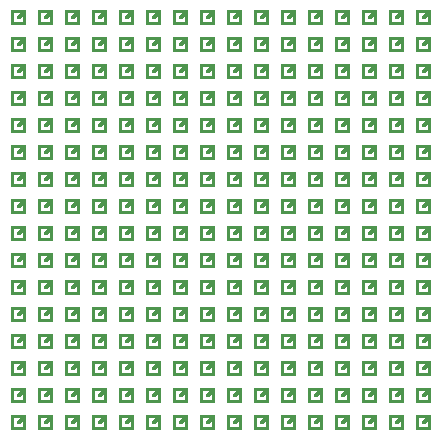
<source format=gbr>
G04 VLSI Layer: FPGA Logic Array (Active)*
%FSLAX36Y36*%
%MOIN*%
G75*
G01*
G54D10*
%ADD10R,0.01X0.01*%
D10*
X200000Y240000D02*
X240000Y240000D01*
X240000Y200000D01*
X200000Y200000D01*
X200000Y240000D01*
X220000Y220000D02*
X240000Y240000D01*
X200000Y330000D02*
X240000Y330000D01*
X240000Y290000D01*
X200000Y290000D01*
X200000Y330000D01*
X220000Y310000D02*
X240000Y330000D01*
X200000Y420000D02*
X240000Y420000D01*
X240000Y380000D01*
X200000Y380000D01*
X200000Y420000D01*
X220000Y400000D02*
X240000Y420000D01*
X200000Y510000D02*
X240000Y510000D01*
X240000Y470000D01*
X200000Y470000D01*
X200000Y510000D01*
X220000Y490000D02*
X240000Y510000D01*
X200000Y600000D02*
X240000Y600000D01*
X240000Y560000D01*
X200000Y560000D01*
X200000Y600000D01*
X220000Y580000D02*
X240000Y600000D01*
X200000Y690000D02*
X240000Y690000D01*
X240000Y649999D01*
X200000Y649999D01*
X200000Y690000D01*
X220000Y669999D02*
X240000Y690000D01*
X200000Y780000D02*
X240000Y780000D01*
X240000Y740000D01*
X200000Y740000D01*
X200000Y780000D01*
X220000Y760000D02*
X240000Y780000D01*
X200000Y870000D02*
X240000Y870000D01*
X240000Y830000D01*
X200000Y830000D01*
X200000Y870000D01*
X220000Y850000D02*
X240000Y870000D01*
X200000Y960000D02*
X240000Y960000D01*
X240000Y919999D01*
X200000Y919999D01*
X200000Y960000D01*
X220000Y940000D02*
X240000Y960000D01*
X200000Y1050000D02*
X240000Y1050000D01*
X240000Y1010000D01*
X200000Y1010000D01*
X200000Y1050000D01*
X220000Y1030000D02*
X240000Y1050000D01*
X200000Y1140000D02*
X240000Y1140000D01*
X240000Y1099999D01*
X200000Y1099999D01*
X200000Y1140000D01*
X220000Y1120000D02*
X240000Y1140000D01*
X200000Y1230000D02*
X240000Y1230000D01*
X240000Y1190000D01*
X200000Y1190000D01*
X200000Y1230000D01*
X220000Y1210000D02*
X240000Y1230000D01*
X200000Y1320000D02*
X240000Y1320000D01*
X240000Y1280000D01*
X200000Y1280000D01*
X200000Y1320000D01*
X220000Y1300000D02*
X240000Y1320000D01*
X200000Y1410000D02*
X240000Y1410000D01*
X240000Y1370000D01*
X200000Y1370000D01*
X200000Y1410000D01*
X220000Y1390000D02*
X240000Y1410000D01*
X200000Y1500000D02*
X240000Y1500000D01*
X240000Y1460000D01*
X200000Y1460000D01*
X200000Y1500000D01*
X220000Y1480000D02*
X240000Y1500000D01*
X200000Y1589999D02*
X240000Y1589999D01*
X240000Y1549999D01*
X200000Y1549999D01*
X200000Y1589999D01*
X220000Y1569999D02*
X240000Y1589999D01*
X290000Y240000D02*
X330000Y240000D01*
X330000Y200000D01*
X290000Y200000D01*
X290000Y240000D01*
X310000Y220000D02*
X330000Y240000D01*
X290000Y330000D02*
X330000Y330000D01*
X330000Y290000D01*
X290000Y290000D01*
X290000Y330000D01*
X310000Y310000D02*
X330000Y330000D01*
X290000Y420000D02*
X330000Y420000D01*
X330000Y380000D01*
X290000Y380000D01*
X290000Y420000D01*
X310000Y400000D02*
X330000Y420000D01*
X290000Y510000D02*
X330000Y510000D01*
X330000Y470000D01*
X290000Y470000D01*
X290000Y510000D01*
X310000Y490000D02*
X330000Y510000D01*
X290000Y600000D02*
X330000Y600000D01*
X330000Y560000D01*
X290000Y560000D01*
X290000Y600000D01*
X310000Y580000D02*
X330000Y600000D01*
X290000Y690000D02*
X330000Y690000D01*
X330000Y649999D01*
X290000Y649999D01*
X290000Y690000D01*
X310000Y669999D02*
X330000Y690000D01*
X290000Y780000D02*
X330000Y780000D01*
X330000Y740000D01*
X290000Y740000D01*
X290000Y780000D01*
X310000Y760000D02*
X330000Y780000D01*
X290000Y870000D02*
X330000Y870000D01*
X330000Y830000D01*
X290000Y830000D01*
X290000Y870000D01*
X310000Y850000D02*
X330000Y870000D01*
X290000Y960000D02*
X330000Y960000D01*
X330000Y919999D01*
X290000Y919999D01*
X290000Y960000D01*
X310000Y940000D02*
X330000Y960000D01*
X290000Y1050000D02*
X330000Y1050000D01*
X330000Y1010000D01*
X290000Y1010000D01*
X290000Y1050000D01*
X310000Y1030000D02*
X330000Y1050000D01*
X290000Y1140000D02*
X330000Y1140000D01*
X330000Y1099999D01*
X290000Y1099999D01*
X290000Y1140000D01*
X310000Y1120000D02*
X330000Y1140000D01*
X290000Y1230000D02*
X330000Y1230000D01*
X330000Y1190000D01*
X290000Y1190000D01*
X290000Y1230000D01*
X310000Y1210000D02*
X330000Y1230000D01*
X290000Y1320000D02*
X330000Y1320000D01*
X330000Y1280000D01*
X290000Y1280000D01*
X290000Y1320000D01*
X310000Y1300000D02*
X330000Y1320000D01*
X290000Y1410000D02*
X330000Y1410000D01*
X330000Y1370000D01*
X290000Y1370000D01*
X290000Y1410000D01*
X310000Y1390000D02*
X330000Y1410000D01*
X290000Y1500000D02*
X330000Y1500000D01*
X330000Y1460000D01*
X290000Y1460000D01*
X290000Y1500000D01*
X310000Y1480000D02*
X330000Y1500000D01*
X290000Y1589999D02*
X330000Y1589999D01*
X330000Y1549999D01*
X290000Y1549999D01*
X290000Y1589999D01*
X310000Y1569999D02*
X330000Y1589999D01*
X380000Y240000D02*
X420000Y240000D01*
X420000Y200000D01*
X380000Y200000D01*
X380000Y240000D01*
X400000Y220000D02*
X420000Y240000D01*
X380000Y330000D02*
X420000Y330000D01*
X420000Y290000D01*
X380000Y290000D01*
X380000Y330000D01*
X400000Y310000D02*
X420000Y330000D01*
X380000Y420000D02*
X420000Y420000D01*
X420000Y380000D01*
X380000Y380000D01*
X380000Y420000D01*
X400000Y400000D02*
X420000Y420000D01*
X380000Y510000D02*
X420000Y510000D01*
X420000Y470000D01*
X380000Y470000D01*
X380000Y510000D01*
X400000Y490000D02*
X420000Y510000D01*
X380000Y600000D02*
X420000Y600000D01*
X420000Y560000D01*
X380000Y560000D01*
X380000Y600000D01*
X400000Y580000D02*
X420000Y600000D01*
X380000Y690000D02*
X420000Y690000D01*
X420000Y649999D01*
X380000Y649999D01*
X380000Y690000D01*
X400000Y669999D02*
X420000Y690000D01*
X380000Y780000D02*
X420000Y780000D01*
X420000Y740000D01*
X380000Y740000D01*
X380000Y780000D01*
X400000Y760000D02*
X420000Y780000D01*
X380000Y870000D02*
X420000Y870000D01*
X420000Y830000D01*
X380000Y830000D01*
X380000Y870000D01*
X400000Y850000D02*
X420000Y870000D01*
X380000Y960000D02*
X420000Y960000D01*
X420000Y919999D01*
X380000Y919999D01*
X380000Y960000D01*
X400000Y940000D02*
X420000Y960000D01*
X380000Y1050000D02*
X420000Y1050000D01*
X420000Y1010000D01*
X380000Y1010000D01*
X380000Y1050000D01*
X400000Y1030000D02*
X420000Y1050000D01*
X380000Y1140000D02*
X420000Y1140000D01*
X420000Y1099999D01*
X380000Y1099999D01*
X380000Y1140000D01*
X400000Y1120000D02*
X420000Y1140000D01*
X380000Y1230000D02*
X420000Y1230000D01*
X420000Y1190000D01*
X380000Y1190000D01*
X380000Y1230000D01*
X400000Y1210000D02*
X420000Y1230000D01*
X380000Y1320000D02*
X420000Y1320000D01*
X420000Y1280000D01*
X380000Y1280000D01*
X380000Y1320000D01*
X400000Y1300000D02*
X420000Y1320000D01*
X380000Y1410000D02*
X420000Y1410000D01*
X420000Y1370000D01*
X380000Y1370000D01*
X380000Y1410000D01*
X400000Y1390000D02*
X420000Y1410000D01*
X380000Y1500000D02*
X420000Y1500000D01*
X420000Y1460000D01*
X380000Y1460000D01*
X380000Y1500000D01*
X400000Y1480000D02*
X420000Y1500000D01*
X380000Y1589999D02*
X420000Y1589999D01*
X420000Y1549999D01*
X380000Y1549999D01*
X380000Y1589999D01*
X400000Y1569999D02*
X420000Y1589999D01*
X470000Y240000D02*
X510000Y240000D01*
X510000Y200000D01*
X470000Y200000D01*
X470000Y240000D01*
X490000Y220000D02*
X510000Y240000D01*
X470000Y330000D02*
X510000Y330000D01*
X510000Y290000D01*
X470000Y290000D01*
X470000Y330000D01*
X490000Y310000D02*
X510000Y330000D01*
X470000Y420000D02*
X510000Y420000D01*
X510000Y380000D01*
X470000Y380000D01*
X470000Y420000D01*
X490000Y400000D02*
X510000Y420000D01*
X470000Y510000D02*
X510000Y510000D01*
X510000Y470000D01*
X470000Y470000D01*
X470000Y510000D01*
X490000Y490000D02*
X510000Y510000D01*
X470000Y600000D02*
X510000Y600000D01*
X510000Y560000D01*
X470000Y560000D01*
X470000Y600000D01*
X490000Y580000D02*
X510000Y600000D01*
X470000Y690000D02*
X510000Y690000D01*
X510000Y649999D01*
X470000Y649999D01*
X470000Y690000D01*
X490000Y669999D02*
X510000Y690000D01*
X470000Y780000D02*
X510000Y780000D01*
X510000Y740000D01*
X470000Y740000D01*
X470000Y780000D01*
X490000Y760000D02*
X510000Y780000D01*
X470000Y870000D02*
X510000Y870000D01*
X510000Y830000D01*
X470000Y830000D01*
X470000Y870000D01*
X490000Y850000D02*
X510000Y870000D01*
X470000Y960000D02*
X510000Y960000D01*
X510000Y919999D01*
X470000Y919999D01*
X470000Y960000D01*
X490000Y940000D02*
X510000Y960000D01*
X470000Y1050000D02*
X510000Y1050000D01*
X510000Y1010000D01*
X470000Y1010000D01*
X470000Y1050000D01*
X490000Y1030000D02*
X510000Y1050000D01*
X470000Y1140000D02*
X510000Y1140000D01*
X510000Y1099999D01*
X470000Y1099999D01*
X470000Y1140000D01*
X490000Y1120000D02*
X510000Y1140000D01*
X470000Y1230000D02*
X510000Y1230000D01*
X510000Y1190000D01*
X470000Y1190000D01*
X470000Y1230000D01*
X490000Y1210000D02*
X510000Y1230000D01*
X470000Y1320000D02*
X510000Y1320000D01*
X510000Y1280000D01*
X470000Y1280000D01*
X470000Y1320000D01*
X490000Y1300000D02*
X510000Y1320000D01*
X470000Y1410000D02*
X510000Y1410000D01*
X510000Y1370000D01*
X470000Y1370000D01*
X470000Y1410000D01*
X490000Y1390000D02*
X510000Y1410000D01*
X470000Y1500000D02*
X510000Y1500000D01*
X510000Y1460000D01*
X470000Y1460000D01*
X470000Y1500000D01*
X490000Y1480000D02*
X510000Y1500000D01*
X470000Y1589999D02*
X510000Y1589999D01*
X510000Y1549999D01*
X470000Y1549999D01*
X470000Y1589999D01*
X490000Y1569999D02*
X510000Y1589999D01*
X560000Y240000D02*
X600000Y240000D01*
X600000Y200000D01*
X560000Y200000D01*
X560000Y240000D01*
X580000Y220000D02*
X600000Y240000D01*
X560000Y330000D02*
X600000Y330000D01*
X600000Y290000D01*
X560000Y290000D01*
X560000Y330000D01*
X580000Y310000D02*
X600000Y330000D01*
X560000Y420000D02*
X600000Y420000D01*
X600000Y380000D01*
X560000Y380000D01*
X560000Y420000D01*
X580000Y400000D02*
X600000Y420000D01*
X560000Y510000D02*
X600000Y510000D01*
X600000Y470000D01*
X560000Y470000D01*
X560000Y510000D01*
X580000Y490000D02*
X600000Y510000D01*
X560000Y600000D02*
X600000Y600000D01*
X600000Y560000D01*
X560000Y560000D01*
X560000Y600000D01*
X580000Y580000D02*
X600000Y600000D01*
X560000Y690000D02*
X600000Y690000D01*
X600000Y649999D01*
X560000Y649999D01*
X560000Y690000D01*
X580000Y669999D02*
X600000Y690000D01*
X560000Y780000D02*
X600000Y780000D01*
X600000Y740000D01*
X560000Y740000D01*
X560000Y780000D01*
X580000Y760000D02*
X600000Y780000D01*
X560000Y870000D02*
X600000Y870000D01*
X600000Y830000D01*
X560000Y830000D01*
X560000Y870000D01*
X580000Y850000D02*
X600000Y870000D01*
X560000Y960000D02*
X600000Y960000D01*
X600000Y919999D01*
X560000Y919999D01*
X560000Y960000D01*
X580000Y940000D02*
X600000Y960000D01*
X560000Y1050000D02*
X600000Y1050000D01*
X600000Y1010000D01*
X560000Y1010000D01*
X560000Y1050000D01*
X580000Y1030000D02*
X600000Y1050000D01*
X560000Y1140000D02*
X600000Y1140000D01*
X600000Y1099999D01*
X560000Y1099999D01*
X560000Y1140000D01*
X580000Y1120000D02*
X600000Y1140000D01*
X560000Y1230000D02*
X600000Y1230000D01*
X600000Y1190000D01*
X560000Y1190000D01*
X560000Y1230000D01*
X580000Y1210000D02*
X600000Y1230000D01*
X560000Y1320000D02*
X600000Y1320000D01*
X600000Y1280000D01*
X560000Y1280000D01*
X560000Y1320000D01*
X580000Y1300000D02*
X600000Y1320000D01*
X560000Y1410000D02*
X600000Y1410000D01*
X600000Y1370000D01*
X560000Y1370000D01*
X560000Y1410000D01*
X580000Y1390000D02*
X600000Y1410000D01*
X560000Y1500000D02*
X600000Y1500000D01*
X600000Y1460000D01*
X560000Y1460000D01*
X560000Y1500000D01*
X580000Y1480000D02*
X600000Y1500000D01*
X560000Y1589999D02*
X600000Y1589999D01*
X600000Y1549999D01*
X560000Y1549999D01*
X560000Y1589999D01*
X580000Y1569999D02*
X600000Y1589999D01*
X649999Y240000D02*
X690000Y240000D01*
X690000Y200000D01*
X649999Y200000D01*
X649999Y240000D01*
X669999Y220000D02*
X690000Y240000D01*
X649999Y330000D02*
X690000Y330000D01*
X690000Y290000D01*
X649999Y290000D01*
X649999Y330000D01*
X669999Y310000D02*
X690000Y330000D01*
X649999Y420000D02*
X690000Y420000D01*
X690000Y380000D01*
X649999Y380000D01*
X649999Y420000D01*
X669999Y400000D02*
X690000Y420000D01*
X649999Y510000D02*
X690000Y510000D01*
X690000Y470000D01*
X649999Y470000D01*
X649999Y510000D01*
X669999Y490000D02*
X690000Y510000D01*
X649999Y600000D02*
X690000Y600000D01*
X690000Y560000D01*
X649999Y560000D01*
X649999Y600000D01*
X669999Y580000D02*
X690000Y600000D01*
X649999Y690000D02*
X690000Y690000D01*
X690000Y649999D01*
X649999Y649999D01*
X649999Y690000D01*
X669999Y669999D02*
X690000Y690000D01*
X649999Y780000D02*
X690000Y780000D01*
X690000Y740000D01*
X649999Y740000D01*
X649999Y780000D01*
X669999Y760000D02*
X690000Y780000D01*
X649999Y870000D02*
X690000Y870000D01*
X690000Y830000D01*
X649999Y830000D01*
X649999Y870000D01*
X669999Y850000D02*
X690000Y870000D01*
X649999Y960000D02*
X690000Y960000D01*
X690000Y919999D01*
X649999Y919999D01*
X649999Y960000D01*
X669999Y940000D02*
X690000Y960000D01*
X649999Y1050000D02*
X690000Y1050000D01*
X690000Y1010000D01*
X649999Y1010000D01*
X649999Y1050000D01*
X669999Y1030000D02*
X690000Y1050000D01*
X649999Y1140000D02*
X690000Y1140000D01*
X690000Y1099999D01*
X649999Y1099999D01*
X649999Y1140000D01*
X669999Y1120000D02*
X690000Y1140000D01*
X649999Y1230000D02*
X690000Y1230000D01*
X690000Y1190000D01*
X649999Y1190000D01*
X649999Y1230000D01*
X669999Y1210000D02*
X690000Y1230000D01*
X649999Y1320000D02*
X690000Y1320000D01*
X690000Y1280000D01*
X649999Y1280000D01*
X649999Y1320000D01*
X669999Y1300000D02*
X690000Y1320000D01*
X649999Y1410000D02*
X690000Y1410000D01*
X690000Y1370000D01*
X649999Y1370000D01*
X649999Y1410000D01*
X669999Y1390000D02*
X690000Y1410000D01*
X649999Y1500000D02*
X690000Y1500000D01*
X690000Y1460000D01*
X649999Y1460000D01*
X649999Y1500000D01*
X669999Y1480000D02*
X690000Y1500000D01*
X649999Y1589999D02*
X690000Y1589999D01*
X690000Y1549999D01*
X649999Y1549999D01*
X649999Y1589999D01*
X669999Y1569999D02*
X690000Y1589999D01*
X740000Y240000D02*
X780000Y240000D01*
X780000Y200000D01*
X740000Y200000D01*
X740000Y240000D01*
X760000Y220000D02*
X780000Y240000D01*
X740000Y330000D02*
X780000Y330000D01*
X780000Y290000D01*
X740000Y290000D01*
X740000Y330000D01*
X760000Y310000D02*
X780000Y330000D01*
X740000Y420000D02*
X780000Y420000D01*
X780000Y380000D01*
X740000Y380000D01*
X740000Y420000D01*
X760000Y400000D02*
X780000Y420000D01*
X740000Y510000D02*
X780000Y510000D01*
X780000Y470000D01*
X740000Y470000D01*
X740000Y510000D01*
X760000Y490000D02*
X780000Y510000D01*
X740000Y600000D02*
X780000Y600000D01*
X780000Y560000D01*
X740000Y560000D01*
X740000Y600000D01*
X760000Y580000D02*
X780000Y600000D01*
X740000Y690000D02*
X780000Y690000D01*
X780000Y649999D01*
X740000Y649999D01*
X740000Y690000D01*
X760000Y669999D02*
X780000Y690000D01*
X740000Y780000D02*
X780000Y780000D01*
X780000Y740000D01*
X740000Y740000D01*
X740000Y780000D01*
X760000Y760000D02*
X780000Y780000D01*
X740000Y870000D02*
X780000Y870000D01*
X780000Y830000D01*
X740000Y830000D01*
X740000Y870000D01*
X760000Y850000D02*
X780000Y870000D01*
X740000Y960000D02*
X780000Y960000D01*
X780000Y919999D01*
X740000Y919999D01*
X740000Y960000D01*
X760000Y940000D02*
X780000Y960000D01*
X740000Y1050000D02*
X780000Y1050000D01*
X780000Y1010000D01*
X740000Y1010000D01*
X740000Y1050000D01*
X760000Y1030000D02*
X780000Y1050000D01*
X740000Y1140000D02*
X780000Y1140000D01*
X780000Y1099999D01*
X740000Y1099999D01*
X740000Y1140000D01*
X760000Y1120000D02*
X780000Y1140000D01*
X740000Y1230000D02*
X780000Y1230000D01*
X780000Y1190000D01*
X740000Y1190000D01*
X740000Y1230000D01*
X760000Y1210000D02*
X780000Y1230000D01*
X740000Y1320000D02*
X780000Y1320000D01*
X780000Y1280000D01*
X740000Y1280000D01*
X740000Y1320000D01*
X760000Y1300000D02*
X780000Y1320000D01*
X740000Y1410000D02*
X780000Y1410000D01*
X780000Y1370000D01*
X740000Y1370000D01*
X740000Y1410000D01*
X760000Y1390000D02*
X780000Y1410000D01*
X740000Y1500000D02*
X780000Y1500000D01*
X780000Y1460000D01*
X740000Y1460000D01*
X740000Y1500000D01*
X760000Y1480000D02*
X780000Y1500000D01*
X740000Y1589999D02*
X780000Y1589999D01*
X780000Y1549999D01*
X740000Y1549999D01*
X740000Y1589999D01*
X760000Y1569999D02*
X780000Y1589999D01*
X830000Y240000D02*
X870000Y240000D01*
X870000Y200000D01*
X830000Y200000D01*
X830000Y240000D01*
X850000Y220000D02*
X870000Y240000D01*
X830000Y330000D02*
X870000Y330000D01*
X870000Y290000D01*
X830000Y290000D01*
X830000Y330000D01*
X850000Y310000D02*
X870000Y330000D01*
X830000Y420000D02*
X870000Y420000D01*
X870000Y380000D01*
X830000Y380000D01*
X830000Y420000D01*
X850000Y400000D02*
X870000Y420000D01*
X830000Y510000D02*
X870000Y510000D01*
X870000Y470000D01*
X830000Y470000D01*
X830000Y510000D01*
X850000Y490000D02*
X870000Y510000D01*
X830000Y600000D02*
X870000Y600000D01*
X870000Y560000D01*
X830000Y560000D01*
X830000Y600000D01*
X850000Y580000D02*
X870000Y600000D01*
X830000Y690000D02*
X870000Y690000D01*
X870000Y649999D01*
X830000Y649999D01*
X830000Y690000D01*
X850000Y669999D02*
X870000Y690000D01*
X830000Y780000D02*
X870000Y780000D01*
X870000Y740000D01*
X830000Y740000D01*
X830000Y780000D01*
X850000Y760000D02*
X870000Y780000D01*
X830000Y870000D02*
X870000Y870000D01*
X870000Y830000D01*
X830000Y830000D01*
X830000Y870000D01*
X850000Y850000D02*
X870000Y870000D01*
X830000Y960000D02*
X870000Y960000D01*
X870000Y919999D01*
X830000Y919999D01*
X830000Y960000D01*
X850000Y940000D02*
X870000Y960000D01*
X830000Y1050000D02*
X870000Y1050000D01*
X870000Y1010000D01*
X830000Y1010000D01*
X830000Y1050000D01*
X850000Y1030000D02*
X870000Y1050000D01*
X830000Y1140000D02*
X870000Y1140000D01*
X870000Y1099999D01*
X830000Y1099999D01*
X830000Y1140000D01*
X850000Y1120000D02*
X870000Y1140000D01*
X830000Y1230000D02*
X870000Y1230000D01*
X870000Y1190000D01*
X830000Y1190000D01*
X830000Y1230000D01*
X850000Y1210000D02*
X870000Y1230000D01*
X830000Y1320000D02*
X870000Y1320000D01*
X870000Y1280000D01*
X830000Y1280000D01*
X830000Y1320000D01*
X850000Y1300000D02*
X870000Y1320000D01*
X830000Y1410000D02*
X870000Y1410000D01*
X870000Y1370000D01*
X830000Y1370000D01*
X830000Y1410000D01*
X850000Y1390000D02*
X870000Y1410000D01*
X830000Y1500000D02*
X870000Y1500000D01*
X870000Y1460000D01*
X830000Y1460000D01*
X830000Y1500000D01*
X850000Y1480000D02*
X870000Y1500000D01*
X830000Y1589999D02*
X870000Y1589999D01*
X870000Y1549999D01*
X830000Y1549999D01*
X830000Y1589999D01*
X850000Y1569999D02*
X870000Y1589999D01*
X919999Y240000D02*
X960000Y240000D01*
X960000Y200000D01*
X919999Y200000D01*
X919999Y240000D01*
X940000Y220000D02*
X960000Y240000D01*
X919999Y330000D02*
X960000Y330000D01*
X960000Y290000D01*
X919999Y290000D01*
X919999Y330000D01*
X940000Y310000D02*
X960000Y330000D01*
X919999Y420000D02*
X960000Y420000D01*
X960000Y380000D01*
X919999Y380000D01*
X919999Y420000D01*
X940000Y400000D02*
X960000Y420000D01*
X919999Y510000D02*
X960000Y510000D01*
X960000Y470000D01*
X919999Y470000D01*
X919999Y510000D01*
X940000Y490000D02*
X960000Y510000D01*
X919999Y600000D02*
X960000Y600000D01*
X960000Y560000D01*
X919999Y560000D01*
X919999Y600000D01*
X940000Y580000D02*
X960000Y600000D01*
X919999Y690000D02*
X960000Y690000D01*
X960000Y649999D01*
X919999Y649999D01*
X919999Y690000D01*
X940000Y669999D02*
X960000Y690000D01*
X919999Y780000D02*
X960000Y780000D01*
X960000Y740000D01*
X919999Y740000D01*
X919999Y780000D01*
X940000Y760000D02*
X960000Y780000D01*
X919999Y870000D02*
X960000Y870000D01*
X960000Y830000D01*
X919999Y830000D01*
X919999Y870000D01*
X940000Y850000D02*
X960000Y870000D01*
X919999Y960000D02*
X960000Y960000D01*
X960000Y919999D01*
X919999Y919999D01*
X919999Y960000D01*
X940000Y940000D02*
X960000Y960000D01*
X919999Y1050000D02*
X960000Y1050000D01*
X960000Y1010000D01*
X919999Y1010000D01*
X919999Y1050000D01*
X940000Y1030000D02*
X960000Y1050000D01*
X919999Y1140000D02*
X960000Y1140000D01*
X960000Y1099999D01*
X919999Y1099999D01*
X919999Y1140000D01*
X940000Y1120000D02*
X960000Y1140000D01*
X919999Y1230000D02*
X960000Y1230000D01*
X960000Y1190000D01*
X919999Y1190000D01*
X919999Y1230000D01*
X940000Y1210000D02*
X960000Y1230000D01*
X919999Y1320000D02*
X960000Y1320000D01*
X960000Y1280000D01*
X919999Y1280000D01*
X919999Y1320000D01*
X940000Y1300000D02*
X960000Y1320000D01*
X919999Y1410000D02*
X960000Y1410000D01*
X960000Y1370000D01*
X919999Y1370000D01*
X919999Y1410000D01*
X940000Y1390000D02*
X960000Y1410000D01*
X919999Y1500000D02*
X960000Y1500000D01*
X960000Y1460000D01*
X919999Y1460000D01*
X919999Y1500000D01*
X940000Y1480000D02*
X960000Y1500000D01*
X919999Y1589999D02*
X960000Y1589999D01*
X960000Y1549999D01*
X919999Y1549999D01*
X919999Y1589999D01*
X940000Y1569999D02*
X960000Y1589999D01*
X1010000Y240000D02*
X1050000Y240000D01*
X1050000Y200000D01*
X1010000Y200000D01*
X1010000Y240000D01*
X1030000Y220000D02*
X1050000Y240000D01*
X1010000Y330000D02*
X1050000Y330000D01*
X1050000Y290000D01*
X1010000Y290000D01*
X1010000Y330000D01*
X1030000Y310000D02*
X1050000Y330000D01*
X1010000Y420000D02*
X1050000Y420000D01*
X1050000Y380000D01*
X1010000Y380000D01*
X1010000Y420000D01*
X1030000Y400000D02*
X1050000Y420000D01*
X1010000Y510000D02*
X1050000Y510000D01*
X1050000Y470000D01*
X1010000Y470000D01*
X1010000Y510000D01*
X1030000Y490000D02*
X1050000Y510000D01*
X1010000Y600000D02*
X1050000Y600000D01*
X1050000Y560000D01*
X1010000Y560000D01*
X1010000Y600000D01*
X1030000Y580000D02*
X1050000Y600000D01*
X1010000Y690000D02*
X1050000Y690000D01*
X1050000Y649999D01*
X1010000Y649999D01*
X1010000Y690000D01*
X1030000Y669999D02*
X1050000Y690000D01*
X1010000Y780000D02*
X1050000Y780000D01*
X1050000Y740000D01*
X1010000Y740000D01*
X1010000Y780000D01*
X1030000Y760000D02*
X1050000Y780000D01*
X1010000Y870000D02*
X1050000Y870000D01*
X1050000Y830000D01*
X1010000Y830000D01*
X1010000Y870000D01*
X1030000Y850000D02*
X1050000Y870000D01*
X1010000Y960000D02*
X1050000Y960000D01*
X1050000Y919999D01*
X1010000Y919999D01*
X1010000Y960000D01*
X1030000Y940000D02*
X1050000Y960000D01*
X1010000Y1050000D02*
X1050000Y1050000D01*
X1050000Y1010000D01*
X1010000Y1010000D01*
X1010000Y1050000D01*
X1030000Y1030000D02*
X1050000Y1050000D01*
X1010000Y1140000D02*
X1050000Y1140000D01*
X1050000Y1099999D01*
X1010000Y1099999D01*
X1010000Y1140000D01*
X1030000Y1120000D02*
X1050000Y1140000D01*
X1010000Y1230000D02*
X1050000Y1230000D01*
X1050000Y1190000D01*
X1010000Y1190000D01*
X1010000Y1230000D01*
X1030000Y1210000D02*
X1050000Y1230000D01*
X1010000Y1320000D02*
X1050000Y1320000D01*
X1050000Y1280000D01*
X1010000Y1280000D01*
X1010000Y1320000D01*
X1030000Y1300000D02*
X1050000Y1320000D01*
X1010000Y1410000D02*
X1050000Y1410000D01*
X1050000Y1370000D01*
X1010000Y1370000D01*
X1010000Y1410000D01*
X1030000Y1390000D02*
X1050000Y1410000D01*
X1010000Y1500000D02*
X1050000Y1500000D01*
X1050000Y1460000D01*
X1010000Y1460000D01*
X1010000Y1500000D01*
X1030000Y1480000D02*
X1050000Y1500000D01*
X1010000Y1589999D02*
X1050000Y1589999D01*
X1050000Y1549999D01*
X1010000Y1549999D01*
X1010000Y1589999D01*
X1030000Y1569999D02*
X1050000Y1589999D01*
X1099999Y240000D02*
X1140000Y240000D01*
X1140000Y200000D01*
X1099999Y200000D01*
X1099999Y240000D01*
X1120000Y220000D02*
X1140000Y240000D01*
X1099999Y330000D02*
X1140000Y330000D01*
X1140000Y290000D01*
X1099999Y290000D01*
X1099999Y330000D01*
X1120000Y310000D02*
X1140000Y330000D01*
X1099999Y420000D02*
X1140000Y420000D01*
X1140000Y380000D01*
X1099999Y380000D01*
X1099999Y420000D01*
X1120000Y400000D02*
X1140000Y420000D01*
X1099999Y510000D02*
X1140000Y510000D01*
X1140000Y470000D01*
X1099999Y470000D01*
X1099999Y510000D01*
X1120000Y490000D02*
X1140000Y510000D01*
X1099999Y600000D02*
X1140000Y600000D01*
X1140000Y560000D01*
X1099999Y560000D01*
X1099999Y600000D01*
X1120000Y580000D02*
X1140000Y600000D01*
X1099999Y690000D02*
X1140000Y690000D01*
X1140000Y649999D01*
X1099999Y649999D01*
X1099999Y690000D01*
X1120000Y669999D02*
X1140000Y690000D01*
X1099999Y780000D02*
X1140000Y780000D01*
X1140000Y740000D01*
X1099999Y740000D01*
X1099999Y780000D01*
X1120000Y760000D02*
X1140000Y780000D01*
X1099999Y870000D02*
X1140000Y870000D01*
X1140000Y830000D01*
X1099999Y830000D01*
X1099999Y870000D01*
X1120000Y850000D02*
X1140000Y870000D01*
X1099999Y960000D02*
X1140000Y960000D01*
X1140000Y919999D01*
X1099999Y919999D01*
X1099999Y960000D01*
X1120000Y940000D02*
X1140000Y960000D01*
X1099999Y1050000D02*
X1140000Y1050000D01*
X1140000Y1010000D01*
X1099999Y1010000D01*
X1099999Y1050000D01*
X1120000Y1030000D02*
X1140000Y1050000D01*
X1099999Y1140000D02*
X1140000Y1140000D01*
X1140000Y1099999D01*
X1099999Y1099999D01*
X1099999Y1140000D01*
X1120000Y1120000D02*
X1140000Y1140000D01*
X1099999Y1230000D02*
X1140000Y1230000D01*
X1140000Y1190000D01*
X1099999Y1190000D01*
X1099999Y1230000D01*
X1120000Y1210000D02*
X1140000Y1230000D01*
X1099999Y1320000D02*
X1140000Y1320000D01*
X1140000Y1280000D01*
X1099999Y1280000D01*
X1099999Y1320000D01*
X1120000Y1300000D02*
X1140000Y1320000D01*
X1099999Y1410000D02*
X1140000Y1410000D01*
X1140000Y1370000D01*
X1099999Y1370000D01*
X1099999Y1410000D01*
X1120000Y1390000D02*
X1140000Y1410000D01*
X1099999Y1500000D02*
X1140000Y1500000D01*
X1140000Y1460000D01*
X1099999Y1460000D01*
X1099999Y1500000D01*
X1120000Y1480000D02*
X1140000Y1500000D01*
X1099999Y1589999D02*
X1140000Y1589999D01*
X1140000Y1549999D01*
X1099999Y1549999D01*
X1099999Y1589999D01*
X1120000Y1569999D02*
X1140000Y1589999D01*
X1190000Y240000D02*
X1230000Y240000D01*
X1230000Y200000D01*
X1190000Y200000D01*
X1190000Y240000D01*
X1210000Y220000D02*
X1230000Y240000D01*
X1190000Y330000D02*
X1230000Y330000D01*
X1230000Y290000D01*
X1190000Y290000D01*
X1190000Y330000D01*
X1210000Y310000D02*
X1230000Y330000D01*
X1190000Y420000D02*
X1230000Y420000D01*
X1230000Y380000D01*
X1190000Y380000D01*
X1190000Y420000D01*
X1210000Y400000D02*
X1230000Y420000D01*
X1190000Y510000D02*
X1230000Y510000D01*
X1230000Y470000D01*
X1190000Y470000D01*
X1190000Y510000D01*
X1210000Y490000D02*
X1230000Y510000D01*
X1190000Y600000D02*
X1230000Y600000D01*
X1230000Y560000D01*
X1190000Y560000D01*
X1190000Y600000D01*
X1210000Y580000D02*
X1230000Y600000D01*
X1190000Y690000D02*
X1230000Y690000D01*
X1230000Y649999D01*
X1190000Y649999D01*
X1190000Y690000D01*
X1210000Y669999D02*
X1230000Y690000D01*
X1190000Y780000D02*
X1230000Y780000D01*
X1230000Y740000D01*
X1190000Y740000D01*
X1190000Y780000D01*
X1210000Y760000D02*
X1230000Y780000D01*
X1190000Y870000D02*
X1230000Y870000D01*
X1230000Y830000D01*
X1190000Y830000D01*
X1190000Y870000D01*
X1210000Y850000D02*
X1230000Y870000D01*
X1190000Y960000D02*
X1230000Y960000D01*
X1230000Y919999D01*
X1190000Y919999D01*
X1190000Y960000D01*
X1210000Y940000D02*
X1230000Y960000D01*
X1190000Y1050000D02*
X1230000Y1050000D01*
X1230000Y1010000D01*
X1190000Y1010000D01*
X1190000Y1050000D01*
X1210000Y1030000D02*
X1230000Y1050000D01*
X1190000Y1140000D02*
X1230000Y1140000D01*
X1230000Y1099999D01*
X1190000Y1099999D01*
X1190000Y1140000D01*
X1210000Y1120000D02*
X1230000Y1140000D01*
X1190000Y1230000D02*
X1230000Y1230000D01*
X1230000Y1190000D01*
X1190000Y1190000D01*
X1190000Y1230000D01*
X1210000Y1210000D02*
X1230000Y1230000D01*
X1190000Y1320000D02*
X1230000Y1320000D01*
X1230000Y1280000D01*
X1190000Y1280000D01*
X1190000Y1320000D01*
X1210000Y1300000D02*
X1230000Y1320000D01*
X1190000Y1410000D02*
X1230000Y1410000D01*
X1230000Y1370000D01*
X1190000Y1370000D01*
X1190000Y1410000D01*
X1210000Y1390000D02*
X1230000Y1410000D01*
X1190000Y1500000D02*
X1230000Y1500000D01*
X1230000Y1460000D01*
X1190000Y1460000D01*
X1190000Y1500000D01*
X1210000Y1480000D02*
X1230000Y1500000D01*
X1190000Y1589999D02*
X1230000Y1589999D01*
X1230000Y1549999D01*
X1190000Y1549999D01*
X1190000Y1589999D01*
X1210000Y1569999D02*
X1230000Y1589999D01*
X1280000Y240000D02*
X1320000Y240000D01*
X1320000Y200000D01*
X1280000Y200000D01*
X1280000Y240000D01*
X1300000Y220000D02*
X1320000Y240000D01*
X1280000Y330000D02*
X1320000Y330000D01*
X1320000Y290000D01*
X1280000Y290000D01*
X1280000Y330000D01*
X1300000Y310000D02*
X1320000Y330000D01*
X1280000Y420000D02*
X1320000Y420000D01*
X1320000Y380000D01*
X1280000Y380000D01*
X1280000Y420000D01*
X1300000Y400000D02*
X1320000Y420000D01*
X1280000Y510000D02*
X1320000Y510000D01*
X1320000Y470000D01*
X1280000Y470000D01*
X1280000Y510000D01*
X1300000Y490000D02*
X1320000Y510000D01*
X1280000Y600000D02*
X1320000Y600000D01*
X1320000Y560000D01*
X1280000Y560000D01*
X1280000Y600000D01*
X1300000Y580000D02*
X1320000Y600000D01*
X1280000Y690000D02*
X1320000Y690000D01*
X1320000Y649999D01*
X1280000Y649999D01*
X1280000Y690000D01*
X1300000Y669999D02*
X1320000Y690000D01*
X1280000Y780000D02*
X1320000Y780000D01*
X1320000Y740000D01*
X1280000Y740000D01*
X1280000Y780000D01*
X1300000Y760000D02*
X1320000Y780000D01*
X1280000Y870000D02*
X1320000Y870000D01*
X1320000Y830000D01*
X1280000Y830000D01*
X1280000Y870000D01*
X1300000Y850000D02*
X1320000Y870000D01*
X1280000Y960000D02*
X1320000Y960000D01*
X1320000Y919999D01*
X1280000Y919999D01*
X1280000Y960000D01*
X1300000Y940000D02*
X1320000Y960000D01*
X1280000Y1050000D02*
X1320000Y1050000D01*
X1320000Y1010000D01*
X1280000Y1010000D01*
X1280000Y1050000D01*
X1300000Y1030000D02*
X1320000Y1050000D01*
X1280000Y1140000D02*
X1320000Y1140000D01*
X1320000Y1099999D01*
X1280000Y1099999D01*
X1280000Y1140000D01*
X1300000Y1120000D02*
X1320000Y1140000D01*
X1280000Y1230000D02*
X1320000Y1230000D01*
X1320000Y1190000D01*
X1280000Y1190000D01*
X1280000Y1230000D01*
X1300000Y1210000D02*
X1320000Y1230000D01*
X1280000Y1320000D02*
X1320000Y1320000D01*
X1320000Y1280000D01*
X1280000Y1280000D01*
X1280000Y1320000D01*
X1300000Y1300000D02*
X1320000Y1320000D01*
X1280000Y1410000D02*
X1320000Y1410000D01*
X1320000Y1370000D01*
X1280000Y1370000D01*
X1280000Y1410000D01*
X1300000Y1390000D02*
X1320000Y1410000D01*
X1280000Y1500000D02*
X1320000Y1500000D01*
X1320000Y1460000D01*
X1280000Y1460000D01*
X1280000Y1500000D01*
X1300000Y1480000D02*
X1320000Y1500000D01*
X1280000Y1589999D02*
X1320000Y1589999D01*
X1320000Y1549999D01*
X1280000Y1549999D01*
X1280000Y1589999D01*
X1300000Y1569999D02*
X1320000Y1589999D01*
X1370000Y240000D02*
X1410000Y240000D01*
X1410000Y200000D01*
X1370000Y200000D01*
X1370000Y240000D01*
X1390000Y220000D02*
X1410000Y240000D01*
X1370000Y330000D02*
X1410000Y330000D01*
X1410000Y290000D01*
X1370000Y290000D01*
X1370000Y330000D01*
X1390000Y310000D02*
X1410000Y330000D01*
X1370000Y420000D02*
X1410000Y420000D01*
X1410000Y380000D01*
X1370000Y380000D01*
X1370000Y420000D01*
X1390000Y400000D02*
X1410000Y420000D01*
X1370000Y510000D02*
X1410000Y510000D01*
X1410000Y470000D01*
X1370000Y470000D01*
X1370000Y510000D01*
X1390000Y490000D02*
X1410000Y510000D01*
X1370000Y600000D02*
X1410000Y600000D01*
X1410000Y560000D01*
X1370000Y560000D01*
X1370000Y600000D01*
X1390000Y580000D02*
X1410000Y600000D01*
X1370000Y690000D02*
X1410000Y690000D01*
X1410000Y649999D01*
X1370000Y649999D01*
X1370000Y690000D01*
X1390000Y669999D02*
X1410000Y690000D01*
X1370000Y780000D02*
X1410000Y780000D01*
X1410000Y740000D01*
X1370000Y740000D01*
X1370000Y780000D01*
X1390000Y760000D02*
X1410000Y780000D01*
X1370000Y870000D02*
X1410000Y870000D01*
X1410000Y830000D01*
X1370000Y830000D01*
X1370000Y870000D01*
X1390000Y850000D02*
X1410000Y870000D01*
X1370000Y960000D02*
X1410000Y960000D01*
X1410000Y919999D01*
X1370000Y919999D01*
X1370000Y960000D01*
X1390000Y940000D02*
X1410000Y960000D01*
X1370000Y1050000D02*
X1410000Y1050000D01*
X1410000Y1010000D01*
X1370000Y1010000D01*
X1370000Y1050000D01*
X1390000Y1030000D02*
X1410000Y1050000D01*
X1370000Y1140000D02*
X1410000Y1140000D01*
X1410000Y1099999D01*
X1370000Y1099999D01*
X1370000Y1140000D01*
X1390000Y1120000D02*
X1410000Y1140000D01*
X1370000Y1230000D02*
X1410000Y1230000D01*
X1410000Y1190000D01*
X1370000Y1190000D01*
X1370000Y1230000D01*
X1390000Y1210000D02*
X1410000Y1230000D01*
X1370000Y1320000D02*
X1410000Y1320000D01*
X1410000Y1280000D01*
X1370000Y1280000D01*
X1370000Y1320000D01*
X1390000Y1300000D02*
X1410000Y1320000D01*
X1370000Y1410000D02*
X1410000Y1410000D01*
X1410000Y1370000D01*
X1370000Y1370000D01*
X1370000Y1410000D01*
X1390000Y1390000D02*
X1410000Y1410000D01*
X1370000Y1500000D02*
X1410000Y1500000D01*
X1410000Y1460000D01*
X1370000Y1460000D01*
X1370000Y1500000D01*
X1390000Y1480000D02*
X1410000Y1500000D01*
X1370000Y1589999D02*
X1410000Y1589999D01*
X1410000Y1549999D01*
X1370000Y1549999D01*
X1370000Y1589999D01*
X1390000Y1569999D02*
X1410000Y1589999D01*
X1460000Y240000D02*
X1500000Y240000D01*
X1500000Y200000D01*
X1460000Y200000D01*
X1460000Y240000D01*
X1480000Y220000D02*
X1500000Y240000D01*
X1460000Y330000D02*
X1500000Y330000D01*
X1500000Y290000D01*
X1460000Y290000D01*
X1460000Y330000D01*
X1480000Y310000D02*
X1500000Y330000D01*
X1460000Y420000D02*
X1500000Y420000D01*
X1500000Y380000D01*
X1460000Y380000D01*
X1460000Y420000D01*
X1480000Y400000D02*
X1500000Y420000D01*
X1460000Y510000D02*
X1500000Y510000D01*
X1500000Y470000D01*
X1460000Y470000D01*
X1460000Y510000D01*
X1480000Y490000D02*
X1500000Y510000D01*
X1460000Y600000D02*
X1500000Y600000D01*
X1500000Y560000D01*
X1460000Y560000D01*
X1460000Y600000D01*
X1480000Y580000D02*
X1500000Y600000D01*
X1460000Y690000D02*
X1500000Y690000D01*
X1500000Y649999D01*
X1460000Y649999D01*
X1460000Y690000D01*
X1480000Y669999D02*
X1500000Y690000D01*
X1460000Y780000D02*
X1500000Y780000D01*
X1500000Y740000D01*
X1460000Y740000D01*
X1460000Y780000D01*
X1480000Y760000D02*
X1500000Y780000D01*
X1460000Y870000D02*
X1500000Y870000D01*
X1500000Y830000D01*
X1460000Y830000D01*
X1460000Y870000D01*
X1480000Y850000D02*
X1500000Y870000D01*
X1460000Y960000D02*
X1500000Y960000D01*
X1500000Y919999D01*
X1460000Y919999D01*
X1460000Y960000D01*
X1480000Y940000D02*
X1500000Y960000D01*
X1460000Y1050000D02*
X1500000Y1050000D01*
X1500000Y1010000D01*
X1460000Y1010000D01*
X1460000Y1050000D01*
X1480000Y1030000D02*
X1500000Y1050000D01*
X1460000Y1140000D02*
X1500000Y1140000D01*
X1500000Y1099999D01*
X1460000Y1099999D01*
X1460000Y1140000D01*
X1480000Y1120000D02*
X1500000Y1140000D01*
X1460000Y1230000D02*
X1500000Y1230000D01*
X1500000Y1190000D01*
X1460000Y1190000D01*
X1460000Y1230000D01*
X1480000Y1210000D02*
X1500000Y1230000D01*
X1460000Y1320000D02*
X1500000Y1320000D01*
X1500000Y1280000D01*
X1460000Y1280000D01*
X1460000Y1320000D01*
X1480000Y1300000D02*
X1500000Y1320000D01*
X1460000Y1410000D02*
X1500000Y1410000D01*
X1500000Y1370000D01*
X1460000Y1370000D01*
X1460000Y1410000D01*
X1480000Y1390000D02*
X1500000Y1410000D01*
X1460000Y1500000D02*
X1500000Y1500000D01*
X1500000Y1460000D01*
X1460000Y1460000D01*
X1460000Y1500000D01*
X1480000Y1480000D02*
X1500000Y1500000D01*
X1460000Y1589999D02*
X1500000Y1589999D01*
X1500000Y1549999D01*
X1460000Y1549999D01*
X1460000Y1589999D01*
X1480000Y1569999D02*
X1500000Y1589999D01*
X1549999Y240000D02*
X1589999Y240000D01*
X1589999Y200000D01*
X1549999Y200000D01*
X1549999Y240000D01*
X1569999Y220000D02*
X1589999Y240000D01*
X1549999Y330000D02*
X1589999Y330000D01*
X1589999Y290000D01*
X1549999Y290000D01*
X1549999Y330000D01*
X1569999Y310000D02*
X1589999Y330000D01*
X1549999Y420000D02*
X1589999Y420000D01*
X1589999Y380000D01*
X1549999Y380000D01*
X1549999Y420000D01*
X1569999Y400000D02*
X1589999Y420000D01*
X1549999Y510000D02*
X1589999Y510000D01*
X1589999Y470000D01*
X1549999Y470000D01*
X1549999Y510000D01*
X1569999Y490000D02*
X1589999Y510000D01*
X1549999Y600000D02*
X1589999Y600000D01*
X1589999Y560000D01*
X1549999Y560000D01*
X1549999Y600000D01*
X1569999Y580000D02*
X1589999Y600000D01*
X1549999Y690000D02*
X1589999Y690000D01*
X1589999Y649999D01*
X1549999Y649999D01*
X1549999Y690000D01*
X1569999Y669999D02*
X1589999Y690000D01*
X1549999Y780000D02*
X1589999Y780000D01*
X1589999Y740000D01*
X1549999Y740000D01*
X1549999Y780000D01*
X1569999Y760000D02*
X1589999Y780000D01*
X1549999Y870000D02*
X1589999Y870000D01*
X1589999Y830000D01*
X1549999Y830000D01*
X1549999Y870000D01*
X1569999Y850000D02*
X1589999Y870000D01*
X1549999Y960000D02*
X1589999Y960000D01*
X1589999Y919999D01*
X1549999Y919999D01*
X1549999Y960000D01*
X1569999Y940000D02*
X1589999Y960000D01*
X1549999Y1050000D02*
X1589999Y1050000D01*
X1589999Y1010000D01*
X1549999Y1010000D01*
X1549999Y1050000D01*
X1569999Y1030000D02*
X1589999Y1050000D01*
X1549999Y1140000D02*
X1589999Y1140000D01*
X1589999Y1099999D01*
X1549999Y1099999D01*
X1549999Y1140000D01*
X1569999Y1120000D02*
X1589999Y1140000D01*
X1549999Y1230000D02*
X1589999Y1230000D01*
X1589999Y1190000D01*
X1549999Y1190000D01*
X1549999Y1230000D01*
X1569999Y1210000D02*
X1589999Y1230000D01*
X1549999Y1320000D02*
X1589999Y1320000D01*
X1589999Y1280000D01*
X1549999Y1280000D01*
X1549999Y1320000D01*
X1569999Y1300000D02*
X1589999Y1320000D01*
X1549999Y1410000D02*
X1589999Y1410000D01*
X1589999Y1370000D01*
X1549999Y1370000D01*
X1549999Y1410000D01*
X1569999Y1390000D02*
X1589999Y1410000D01*
X1549999Y1500000D02*
X1589999Y1500000D01*
X1589999Y1460000D01*
X1549999Y1460000D01*
X1549999Y1500000D01*
X1569999Y1480000D02*
X1589999Y1500000D01*
X1549999Y1589999D02*
X1589999Y1589999D01*
X1589999Y1549999D01*
X1549999Y1549999D01*
X1549999Y1589999D01*
X1569999Y1569999D02*
X1589999Y1589999D01*
M02*

</source>
